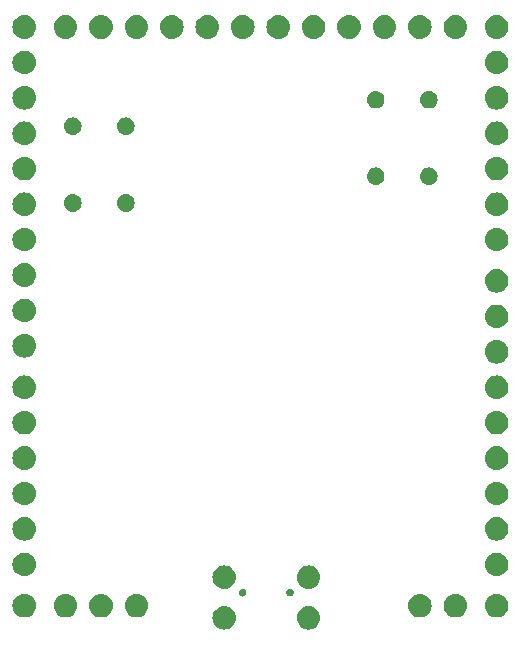
<source format=gbr>
%TF.GenerationSoftware,KiCad,Pcbnew,8.0.6*%
%TF.CreationDate,2024-11-27T15:15:38-08:00*%
%TF.ProjectId,DeskCleanerRobot,4465736b-436c-4656-916e-6572526f626f,rev?*%
%TF.SameCoordinates,Original*%
%TF.FileFunction,Soldermask,Bot*%
%TF.FilePolarity,Negative*%
%FSLAX46Y46*%
G04 Gerber Fmt 4.6, Leading zero omitted, Abs format (unit mm)*
G04 Created by KiCad (PCBNEW 8.0.6) date 2024-11-27 15:15:38*
%MOMM*%
%LPD*%
G01*
G04 APERTURE LIST*
G04 APERTURE END LIST*
G36*
X117619603Y-82551667D02*
G01*
X117806727Y-82608430D01*
X117979181Y-82700609D01*
X118130339Y-82824661D01*
X118254391Y-82975819D01*
X118346570Y-83148273D01*
X118403333Y-83335397D01*
X118422500Y-83530000D01*
X118403333Y-83724603D01*
X118346570Y-83911727D01*
X118254391Y-84084181D01*
X118130339Y-84235339D01*
X117979181Y-84359391D01*
X117806727Y-84451570D01*
X117619603Y-84508333D01*
X117425000Y-84527500D01*
X117230397Y-84508333D01*
X117043273Y-84451570D01*
X116870819Y-84359391D01*
X116719661Y-84235339D01*
X116595609Y-84084181D01*
X116503430Y-83911727D01*
X116446667Y-83724603D01*
X116427500Y-83530000D01*
X116446667Y-83335397D01*
X116503430Y-83148273D01*
X116595609Y-82975819D01*
X116719661Y-82824661D01*
X116870819Y-82700609D01*
X117043273Y-82608430D01*
X117230397Y-82551667D01*
X117425000Y-82532500D01*
X117619603Y-82551667D01*
G37*
G36*
X124769603Y-82551667D02*
G01*
X124956727Y-82608430D01*
X125129181Y-82700609D01*
X125280339Y-82824661D01*
X125404391Y-82975819D01*
X125496570Y-83148273D01*
X125553333Y-83335397D01*
X125572500Y-83530000D01*
X125553333Y-83724603D01*
X125496570Y-83911727D01*
X125404391Y-84084181D01*
X125280339Y-84235339D01*
X125129181Y-84359391D01*
X124956727Y-84451570D01*
X124769603Y-84508333D01*
X124575000Y-84527500D01*
X124380397Y-84508333D01*
X124193273Y-84451570D01*
X124020819Y-84359391D01*
X123869661Y-84235339D01*
X123745609Y-84084181D01*
X123653430Y-83911727D01*
X123596667Y-83724603D01*
X123577500Y-83530000D01*
X123596667Y-83335397D01*
X123653430Y-83148273D01*
X123745609Y-82975819D01*
X123869661Y-82824661D01*
X124020819Y-82700609D01*
X124193273Y-82608430D01*
X124380397Y-82551667D01*
X124575000Y-82532500D01*
X124769603Y-82551667D01*
G37*
G36*
X100695090Y-81519215D02*
G01*
X100882683Y-81576120D01*
X101055570Y-81668530D01*
X101207107Y-81792893D01*
X101331470Y-81944430D01*
X101423880Y-82117317D01*
X101480785Y-82304910D01*
X101500000Y-82500000D01*
X101480785Y-82695090D01*
X101423880Y-82882683D01*
X101331470Y-83055570D01*
X101207107Y-83207107D01*
X101055570Y-83331470D01*
X100882683Y-83423880D01*
X100695090Y-83480785D01*
X100500000Y-83500000D01*
X100304910Y-83480785D01*
X100117317Y-83423880D01*
X99944430Y-83331470D01*
X99792893Y-83207107D01*
X99668530Y-83055570D01*
X99576120Y-82882683D01*
X99519215Y-82695090D01*
X99500000Y-82500000D01*
X99519215Y-82304910D01*
X99576120Y-82117317D01*
X99668530Y-81944430D01*
X99792893Y-81792893D01*
X99944430Y-81668530D01*
X100117317Y-81576120D01*
X100304910Y-81519215D01*
X100500000Y-81500000D01*
X100695090Y-81519215D01*
G37*
G36*
X104195090Y-81519215D02*
G01*
X104382683Y-81576120D01*
X104555570Y-81668530D01*
X104707107Y-81792893D01*
X104831470Y-81944430D01*
X104923880Y-82117317D01*
X104980785Y-82304910D01*
X105000000Y-82500000D01*
X104980785Y-82695090D01*
X104923880Y-82882683D01*
X104831470Y-83055570D01*
X104707107Y-83207107D01*
X104555570Y-83331470D01*
X104382683Y-83423880D01*
X104195090Y-83480785D01*
X104000000Y-83500000D01*
X103804910Y-83480785D01*
X103617317Y-83423880D01*
X103444430Y-83331470D01*
X103292893Y-83207107D01*
X103168530Y-83055570D01*
X103076120Y-82882683D01*
X103019215Y-82695090D01*
X103000000Y-82500000D01*
X103019215Y-82304910D01*
X103076120Y-82117317D01*
X103168530Y-81944430D01*
X103292893Y-81792893D01*
X103444430Y-81668530D01*
X103617317Y-81576120D01*
X103804910Y-81519215D01*
X104000000Y-81500000D01*
X104195090Y-81519215D01*
G37*
G36*
X107195090Y-81519215D02*
G01*
X107382683Y-81576120D01*
X107555570Y-81668530D01*
X107707107Y-81792893D01*
X107831470Y-81944430D01*
X107923880Y-82117317D01*
X107980785Y-82304910D01*
X108000000Y-82500000D01*
X107980785Y-82695090D01*
X107923880Y-82882683D01*
X107831470Y-83055570D01*
X107707107Y-83207107D01*
X107555570Y-83331470D01*
X107382683Y-83423880D01*
X107195090Y-83480785D01*
X107000000Y-83500000D01*
X106804910Y-83480785D01*
X106617317Y-83423880D01*
X106444430Y-83331470D01*
X106292893Y-83207107D01*
X106168530Y-83055570D01*
X106076120Y-82882683D01*
X106019215Y-82695090D01*
X106000000Y-82500000D01*
X106019215Y-82304910D01*
X106076120Y-82117317D01*
X106168530Y-81944430D01*
X106292893Y-81792893D01*
X106444430Y-81668530D01*
X106617317Y-81576120D01*
X106804910Y-81519215D01*
X107000000Y-81500000D01*
X107195090Y-81519215D01*
G37*
G36*
X110195090Y-81519215D02*
G01*
X110382683Y-81576120D01*
X110555570Y-81668530D01*
X110707107Y-81792893D01*
X110831470Y-81944430D01*
X110923880Y-82117317D01*
X110980785Y-82304910D01*
X111000000Y-82500000D01*
X110980785Y-82695090D01*
X110923880Y-82882683D01*
X110831470Y-83055570D01*
X110707107Y-83207107D01*
X110555570Y-83331470D01*
X110382683Y-83423880D01*
X110195090Y-83480785D01*
X110000000Y-83500000D01*
X109804910Y-83480785D01*
X109617317Y-83423880D01*
X109444430Y-83331470D01*
X109292893Y-83207107D01*
X109168530Y-83055570D01*
X109076120Y-82882683D01*
X109019215Y-82695090D01*
X109000000Y-82500000D01*
X109019215Y-82304910D01*
X109076120Y-82117317D01*
X109168530Y-81944430D01*
X109292893Y-81792893D01*
X109444430Y-81668530D01*
X109617317Y-81576120D01*
X109804910Y-81519215D01*
X110000000Y-81500000D01*
X110195090Y-81519215D01*
G37*
G36*
X134195090Y-81519215D02*
G01*
X134382683Y-81576120D01*
X134555570Y-81668530D01*
X134707107Y-81792893D01*
X134831470Y-81944430D01*
X134923880Y-82117317D01*
X134980785Y-82304910D01*
X135000000Y-82500000D01*
X134980785Y-82695090D01*
X134923880Y-82882683D01*
X134831470Y-83055570D01*
X134707107Y-83207107D01*
X134555570Y-83331470D01*
X134382683Y-83423880D01*
X134195090Y-83480785D01*
X134000000Y-83500000D01*
X133804910Y-83480785D01*
X133617317Y-83423880D01*
X133444430Y-83331470D01*
X133292893Y-83207107D01*
X133168530Y-83055570D01*
X133076120Y-82882683D01*
X133019215Y-82695090D01*
X133000000Y-82500000D01*
X133019215Y-82304910D01*
X133076120Y-82117317D01*
X133168530Y-81944430D01*
X133292893Y-81792893D01*
X133444430Y-81668530D01*
X133617317Y-81576120D01*
X133804910Y-81519215D01*
X134000000Y-81500000D01*
X134195090Y-81519215D01*
G37*
G36*
X137195090Y-81519215D02*
G01*
X137382683Y-81576120D01*
X137555570Y-81668530D01*
X137707107Y-81792893D01*
X137831470Y-81944430D01*
X137923880Y-82117317D01*
X137980785Y-82304910D01*
X138000000Y-82500000D01*
X137980785Y-82695090D01*
X137923880Y-82882683D01*
X137831470Y-83055570D01*
X137707107Y-83207107D01*
X137555570Y-83331470D01*
X137382683Y-83423880D01*
X137195090Y-83480785D01*
X137000000Y-83500000D01*
X136804910Y-83480785D01*
X136617317Y-83423880D01*
X136444430Y-83331470D01*
X136292893Y-83207107D01*
X136168530Y-83055570D01*
X136076120Y-82882683D01*
X136019215Y-82695090D01*
X136000000Y-82500000D01*
X136019215Y-82304910D01*
X136076120Y-82117317D01*
X136168530Y-81944430D01*
X136292893Y-81792893D01*
X136444430Y-81668530D01*
X136617317Y-81576120D01*
X136804910Y-81519215D01*
X137000000Y-81500000D01*
X137195090Y-81519215D01*
G37*
G36*
X140695090Y-81519215D02*
G01*
X140882683Y-81576120D01*
X141055570Y-81668530D01*
X141207107Y-81792893D01*
X141331470Y-81944430D01*
X141423880Y-82117317D01*
X141480785Y-82304910D01*
X141500000Y-82500000D01*
X141480785Y-82695090D01*
X141423880Y-82882683D01*
X141331470Y-83055570D01*
X141207107Y-83207107D01*
X141055570Y-83331470D01*
X140882683Y-83423880D01*
X140695090Y-83480785D01*
X140500000Y-83500000D01*
X140304910Y-83480785D01*
X140117317Y-83423880D01*
X139944430Y-83331470D01*
X139792893Y-83207107D01*
X139668530Y-83055570D01*
X139576120Y-82882683D01*
X139519215Y-82695090D01*
X139500000Y-82500000D01*
X139519215Y-82304910D01*
X139576120Y-82117317D01*
X139668530Y-81944430D01*
X139792893Y-81792893D01*
X139944430Y-81668530D01*
X140117317Y-81576120D01*
X140304910Y-81519215D01*
X140500000Y-81500000D01*
X140695090Y-81519215D01*
G37*
G36*
X119027174Y-81079937D02*
G01*
X119056436Y-81079937D01*
X119078978Y-81088141D01*
X119100237Y-81091509D01*
X119130265Y-81106809D01*
X119162500Y-81118542D01*
X119176735Y-81130487D01*
X119190658Y-81137581D01*
X119219175Y-81166098D01*
X119248964Y-81191094D01*
X119255511Y-81202434D01*
X119262418Y-81209341D01*
X119284345Y-81252375D01*
X119305400Y-81288843D01*
X119306708Y-81296266D01*
X119308490Y-81299762D01*
X119318770Y-81364668D01*
X119325000Y-81400000D01*
X119318769Y-81435335D01*
X119308490Y-81500237D01*
X119306709Y-81503731D01*
X119305400Y-81511157D01*
X119284340Y-81547631D01*
X119262418Y-81590658D01*
X119255512Y-81597563D01*
X119248964Y-81608906D01*
X119219168Y-81633907D01*
X119190658Y-81662418D01*
X119176738Y-81669510D01*
X119162500Y-81681458D01*
X119130258Y-81693193D01*
X119100237Y-81708490D01*
X119078983Y-81711856D01*
X119056436Y-81720063D01*
X119027168Y-81720063D01*
X119000000Y-81724366D01*
X118972832Y-81720063D01*
X118943564Y-81720063D01*
X118921017Y-81711856D01*
X118899762Y-81708490D01*
X118869737Y-81693191D01*
X118837500Y-81681458D01*
X118823262Y-81669511D01*
X118809341Y-81662418D01*
X118780824Y-81633901D01*
X118751036Y-81608906D01*
X118744488Y-81597565D01*
X118737581Y-81590658D01*
X118715650Y-81547617D01*
X118694600Y-81511157D01*
X118693291Y-81503734D01*
X118691509Y-81500237D01*
X118681220Y-81435279D01*
X118675000Y-81400000D01*
X118681220Y-81364723D01*
X118691509Y-81299762D01*
X118693291Y-81296263D01*
X118694600Y-81288843D01*
X118715646Y-81252390D01*
X118737581Y-81209341D01*
X118744489Y-81202432D01*
X118751036Y-81191094D01*
X118780818Y-81166103D01*
X118809341Y-81137581D01*
X118823265Y-81130485D01*
X118837500Y-81118542D01*
X118869731Y-81106810D01*
X118899762Y-81091509D01*
X118921022Y-81088141D01*
X118943564Y-81079937D01*
X118972825Y-81079937D01*
X119000000Y-81075633D01*
X119027174Y-81079937D01*
G37*
G36*
X123027174Y-81079937D02*
G01*
X123056436Y-81079937D01*
X123078978Y-81088141D01*
X123100237Y-81091509D01*
X123130265Y-81106809D01*
X123162500Y-81118542D01*
X123176735Y-81130487D01*
X123190658Y-81137581D01*
X123219175Y-81166098D01*
X123248964Y-81191094D01*
X123255511Y-81202434D01*
X123262418Y-81209341D01*
X123284345Y-81252375D01*
X123305400Y-81288843D01*
X123306708Y-81296266D01*
X123308490Y-81299762D01*
X123318770Y-81364668D01*
X123325000Y-81400000D01*
X123318769Y-81435335D01*
X123308490Y-81500237D01*
X123306709Y-81503731D01*
X123305400Y-81511157D01*
X123284340Y-81547631D01*
X123262418Y-81590658D01*
X123255512Y-81597563D01*
X123248964Y-81608906D01*
X123219168Y-81633907D01*
X123190658Y-81662418D01*
X123176738Y-81669510D01*
X123162500Y-81681458D01*
X123130258Y-81693193D01*
X123100237Y-81708490D01*
X123078983Y-81711856D01*
X123056436Y-81720063D01*
X123027168Y-81720063D01*
X123000000Y-81724366D01*
X122972832Y-81720063D01*
X122943564Y-81720063D01*
X122921017Y-81711856D01*
X122899762Y-81708490D01*
X122869737Y-81693191D01*
X122837500Y-81681458D01*
X122823262Y-81669511D01*
X122809341Y-81662418D01*
X122780824Y-81633901D01*
X122751036Y-81608906D01*
X122744488Y-81597565D01*
X122737581Y-81590658D01*
X122715650Y-81547617D01*
X122694600Y-81511157D01*
X122693291Y-81503734D01*
X122691509Y-81500237D01*
X122681220Y-81435279D01*
X122675000Y-81400000D01*
X122681220Y-81364723D01*
X122691509Y-81299762D01*
X122693291Y-81296263D01*
X122694600Y-81288843D01*
X122715646Y-81252390D01*
X122737581Y-81209341D01*
X122744489Y-81202432D01*
X122751036Y-81191094D01*
X122780818Y-81166103D01*
X122809341Y-81137581D01*
X122823265Y-81130485D01*
X122837500Y-81118542D01*
X122869731Y-81106810D01*
X122899762Y-81091509D01*
X122921022Y-81088141D01*
X122943564Y-81079937D01*
X122972825Y-81079937D01*
X123000000Y-81075633D01*
X123027174Y-81079937D01*
G37*
G36*
X117619603Y-79101667D02*
G01*
X117806727Y-79158430D01*
X117979181Y-79250609D01*
X118130339Y-79374661D01*
X118254391Y-79525819D01*
X118346570Y-79698273D01*
X118403333Y-79885397D01*
X118422500Y-80080000D01*
X118403333Y-80274603D01*
X118346570Y-80461727D01*
X118254391Y-80634181D01*
X118130339Y-80785339D01*
X117979181Y-80909391D01*
X117806727Y-81001570D01*
X117619603Y-81058333D01*
X117425000Y-81077500D01*
X117230397Y-81058333D01*
X117043273Y-81001570D01*
X116870819Y-80909391D01*
X116719661Y-80785339D01*
X116595609Y-80634181D01*
X116503430Y-80461727D01*
X116446667Y-80274603D01*
X116427500Y-80080000D01*
X116446667Y-79885397D01*
X116503430Y-79698273D01*
X116595609Y-79525819D01*
X116719661Y-79374661D01*
X116870819Y-79250609D01*
X117043273Y-79158430D01*
X117230397Y-79101667D01*
X117425000Y-79082500D01*
X117619603Y-79101667D01*
G37*
G36*
X124769603Y-79101667D02*
G01*
X124956727Y-79158430D01*
X125129181Y-79250609D01*
X125280339Y-79374661D01*
X125404391Y-79525819D01*
X125496570Y-79698273D01*
X125553333Y-79885397D01*
X125572500Y-80080000D01*
X125553333Y-80274603D01*
X125496570Y-80461727D01*
X125404391Y-80634181D01*
X125280339Y-80785339D01*
X125129181Y-80909391D01*
X124956727Y-81001570D01*
X124769603Y-81058333D01*
X124575000Y-81077500D01*
X124380397Y-81058333D01*
X124193273Y-81001570D01*
X124020819Y-80909391D01*
X123869661Y-80785339D01*
X123745609Y-80634181D01*
X123653430Y-80461727D01*
X123596667Y-80274603D01*
X123577500Y-80080000D01*
X123596667Y-79885397D01*
X123653430Y-79698273D01*
X123745609Y-79525819D01*
X123869661Y-79374661D01*
X124020819Y-79250609D01*
X124193273Y-79158430D01*
X124380397Y-79101667D01*
X124575000Y-79082500D01*
X124769603Y-79101667D01*
G37*
G36*
X100695090Y-78019215D02*
G01*
X100882683Y-78076120D01*
X101055570Y-78168530D01*
X101207107Y-78292893D01*
X101331470Y-78444430D01*
X101423880Y-78617317D01*
X101480785Y-78804910D01*
X101500000Y-79000000D01*
X101480785Y-79195090D01*
X101423880Y-79382683D01*
X101331470Y-79555570D01*
X101207107Y-79707107D01*
X101055570Y-79831470D01*
X100882683Y-79923880D01*
X100695090Y-79980785D01*
X100500000Y-80000000D01*
X100304910Y-79980785D01*
X100117317Y-79923880D01*
X99944430Y-79831470D01*
X99792893Y-79707107D01*
X99668530Y-79555570D01*
X99576120Y-79382683D01*
X99519215Y-79195090D01*
X99500000Y-79000000D01*
X99519215Y-78804910D01*
X99576120Y-78617317D01*
X99668530Y-78444430D01*
X99792893Y-78292893D01*
X99944430Y-78168530D01*
X100117317Y-78076120D01*
X100304910Y-78019215D01*
X100500000Y-78000000D01*
X100695090Y-78019215D01*
G37*
G36*
X140695090Y-78019215D02*
G01*
X140882683Y-78076120D01*
X141055570Y-78168530D01*
X141207107Y-78292893D01*
X141331470Y-78444430D01*
X141423880Y-78617317D01*
X141480785Y-78804910D01*
X141500000Y-79000000D01*
X141480785Y-79195090D01*
X141423880Y-79382683D01*
X141331470Y-79555570D01*
X141207107Y-79707107D01*
X141055570Y-79831470D01*
X140882683Y-79923880D01*
X140695090Y-79980785D01*
X140500000Y-80000000D01*
X140304910Y-79980785D01*
X140117317Y-79923880D01*
X139944430Y-79831470D01*
X139792893Y-79707107D01*
X139668530Y-79555570D01*
X139576120Y-79382683D01*
X139519215Y-79195090D01*
X139500000Y-79000000D01*
X139519215Y-78804910D01*
X139576120Y-78617317D01*
X139668530Y-78444430D01*
X139792893Y-78292893D01*
X139944430Y-78168530D01*
X140117317Y-78076120D01*
X140304910Y-78019215D01*
X140500000Y-78000000D01*
X140695090Y-78019215D01*
G37*
G36*
X100695090Y-75019215D02*
G01*
X100882683Y-75076120D01*
X101055570Y-75168530D01*
X101207107Y-75292893D01*
X101331470Y-75444430D01*
X101423880Y-75617317D01*
X101480785Y-75804910D01*
X101500000Y-76000000D01*
X101480785Y-76195090D01*
X101423880Y-76382683D01*
X101331470Y-76555570D01*
X101207107Y-76707107D01*
X101055570Y-76831470D01*
X100882683Y-76923880D01*
X100695090Y-76980785D01*
X100500000Y-77000000D01*
X100304910Y-76980785D01*
X100117317Y-76923880D01*
X99944430Y-76831470D01*
X99792893Y-76707107D01*
X99668530Y-76555570D01*
X99576120Y-76382683D01*
X99519215Y-76195090D01*
X99500000Y-76000000D01*
X99519215Y-75804910D01*
X99576120Y-75617317D01*
X99668530Y-75444430D01*
X99792893Y-75292893D01*
X99944430Y-75168530D01*
X100117317Y-75076120D01*
X100304910Y-75019215D01*
X100500000Y-75000000D01*
X100695090Y-75019215D01*
G37*
G36*
X140695090Y-75019215D02*
G01*
X140882683Y-75076120D01*
X141055570Y-75168530D01*
X141207107Y-75292893D01*
X141331470Y-75444430D01*
X141423880Y-75617317D01*
X141480785Y-75804910D01*
X141500000Y-76000000D01*
X141480785Y-76195090D01*
X141423880Y-76382683D01*
X141331470Y-76555570D01*
X141207107Y-76707107D01*
X141055570Y-76831470D01*
X140882683Y-76923880D01*
X140695090Y-76980785D01*
X140500000Y-77000000D01*
X140304910Y-76980785D01*
X140117317Y-76923880D01*
X139944430Y-76831470D01*
X139792893Y-76707107D01*
X139668530Y-76555570D01*
X139576120Y-76382683D01*
X139519215Y-76195090D01*
X139500000Y-76000000D01*
X139519215Y-75804910D01*
X139576120Y-75617317D01*
X139668530Y-75444430D01*
X139792893Y-75292893D01*
X139944430Y-75168530D01*
X140117317Y-75076120D01*
X140304910Y-75019215D01*
X140500000Y-75000000D01*
X140695090Y-75019215D01*
G37*
G36*
X100695090Y-72019215D02*
G01*
X100882683Y-72076120D01*
X101055570Y-72168530D01*
X101207107Y-72292893D01*
X101331470Y-72444430D01*
X101423880Y-72617317D01*
X101480785Y-72804910D01*
X101500000Y-73000000D01*
X101480785Y-73195090D01*
X101423880Y-73382683D01*
X101331470Y-73555570D01*
X101207107Y-73707107D01*
X101055570Y-73831470D01*
X100882683Y-73923880D01*
X100695090Y-73980785D01*
X100500000Y-74000000D01*
X100304910Y-73980785D01*
X100117317Y-73923880D01*
X99944430Y-73831470D01*
X99792893Y-73707107D01*
X99668530Y-73555570D01*
X99576120Y-73382683D01*
X99519215Y-73195090D01*
X99500000Y-73000000D01*
X99519215Y-72804910D01*
X99576120Y-72617317D01*
X99668530Y-72444430D01*
X99792893Y-72292893D01*
X99944430Y-72168530D01*
X100117317Y-72076120D01*
X100304910Y-72019215D01*
X100500000Y-72000000D01*
X100695090Y-72019215D01*
G37*
G36*
X140695090Y-72019215D02*
G01*
X140882683Y-72076120D01*
X141055570Y-72168530D01*
X141207107Y-72292893D01*
X141331470Y-72444430D01*
X141423880Y-72617317D01*
X141480785Y-72804910D01*
X141500000Y-73000000D01*
X141480785Y-73195090D01*
X141423880Y-73382683D01*
X141331470Y-73555570D01*
X141207107Y-73707107D01*
X141055570Y-73831470D01*
X140882683Y-73923880D01*
X140695090Y-73980785D01*
X140500000Y-74000000D01*
X140304910Y-73980785D01*
X140117317Y-73923880D01*
X139944430Y-73831470D01*
X139792893Y-73707107D01*
X139668530Y-73555570D01*
X139576120Y-73382683D01*
X139519215Y-73195090D01*
X139500000Y-73000000D01*
X139519215Y-72804910D01*
X139576120Y-72617317D01*
X139668530Y-72444430D01*
X139792893Y-72292893D01*
X139944430Y-72168530D01*
X140117317Y-72076120D01*
X140304910Y-72019215D01*
X140500000Y-72000000D01*
X140695090Y-72019215D01*
G37*
G36*
X100695090Y-69019215D02*
G01*
X100882683Y-69076120D01*
X101055570Y-69168530D01*
X101207107Y-69292893D01*
X101331470Y-69444430D01*
X101423880Y-69617317D01*
X101480785Y-69804910D01*
X101500000Y-70000000D01*
X101480785Y-70195090D01*
X101423880Y-70382683D01*
X101331470Y-70555570D01*
X101207107Y-70707107D01*
X101055570Y-70831470D01*
X100882683Y-70923880D01*
X100695090Y-70980785D01*
X100500000Y-71000000D01*
X100304910Y-70980785D01*
X100117317Y-70923880D01*
X99944430Y-70831470D01*
X99792893Y-70707107D01*
X99668530Y-70555570D01*
X99576120Y-70382683D01*
X99519215Y-70195090D01*
X99500000Y-70000000D01*
X99519215Y-69804910D01*
X99576120Y-69617317D01*
X99668530Y-69444430D01*
X99792893Y-69292893D01*
X99944430Y-69168530D01*
X100117317Y-69076120D01*
X100304910Y-69019215D01*
X100500000Y-69000000D01*
X100695090Y-69019215D01*
G37*
G36*
X140695090Y-69019215D02*
G01*
X140882683Y-69076120D01*
X141055570Y-69168530D01*
X141207107Y-69292893D01*
X141331470Y-69444430D01*
X141423880Y-69617317D01*
X141480785Y-69804910D01*
X141500000Y-70000000D01*
X141480785Y-70195090D01*
X141423880Y-70382683D01*
X141331470Y-70555570D01*
X141207107Y-70707107D01*
X141055570Y-70831470D01*
X140882683Y-70923880D01*
X140695090Y-70980785D01*
X140500000Y-71000000D01*
X140304910Y-70980785D01*
X140117317Y-70923880D01*
X139944430Y-70831470D01*
X139792893Y-70707107D01*
X139668530Y-70555570D01*
X139576120Y-70382683D01*
X139519215Y-70195090D01*
X139500000Y-70000000D01*
X139519215Y-69804910D01*
X139576120Y-69617317D01*
X139668530Y-69444430D01*
X139792893Y-69292893D01*
X139944430Y-69168530D01*
X140117317Y-69076120D01*
X140304910Y-69019215D01*
X140500000Y-69000000D01*
X140695090Y-69019215D01*
G37*
G36*
X100695090Y-66019215D02*
G01*
X100882683Y-66076120D01*
X101055570Y-66168530D01*
X101207107Y-66292893D01*
X101331470Y-66444430D01*
X101423880Y-66617317D01*
X101480785Y-66804910D01*
X101500000Y-67000000D01*
X101480785Y-67195090D01*
X101423880Y-67382683D01*
X101331470Y-67555570D01*
X101207107Y-67707107D01*
X101055570Y-67831470D01*
X100882683Y-67923880D01*
X100695090Y-67980785D01*
X100500000Y-68000000D01*
X100304910Y-67980785D01*
X100117317Y-67923880D01*
X99944430Y-67831470D01*
X99792893Y-67707107D01*
X99668530Y-67555570D01*
X99576120Y-67382683D01*
X99519215Y-67195090D01*
X99500000Y-67000000D01*
X99519215Y-66804910D01*
X99576120Y-66617317D01*
X99668530Y-66444430D01*
X99792893Y-66292893D01*
X99944430Y-66168530D01*
X100117317Y-66076120D01*
X100304910Y-66019215D01*
X100500000Y-66000000D01*
X100695090Y-66019215D01*
G37*
G36*
X140695090Y-66019215D02*
G01*
X140882683Y-66076120D01*
X141055570Y-66168530D01*
X141207107Y-66292893D01*
X141331470Y-66444430D01*
X141423880Y-66617317D01*
X141480785Y-66804910D01*
X141500000Y-67000000D01*
X141480785Y-67195090D01*
X141423880Y-67382683D01*
X141331470Y-67555570D01*
X141207107Y-67707107D01*
X141055570Y-67831470D01*
X140882683Y-67923880D01*
X140695090Y-67980785D01*
X140500000Y-68000000D01*
X140304910Y-67980785D01*
X140117317Y-67923880D01*
X139944430Y-67831470D01*
X139792893Y-67707107D01*
X139668530Y-67555570D01*
X139576120Y-67382683D01*
X139519215Y-67195090D01*
X139500000Y-67000000D01*
X139519215Y-66804910D01*
X139576120Y-66617317D01*
X139668530Y-66444430D01*
X139792893Y-66292893D01*
X139944430Y-66168530D01*
X140117317Y-66076120D01*
X140304910Y-66019215D01*
X140500000Y-66000000D01*
X140695090Y-66019215D01*
G37*
G36*
X100695090Y-63019215D02*
G01*
X100882683Y-63076120D01*
X101055570Y-63168530D01*
X101207107Y-63292893D01*
X101331470Y-63444430D01*
X101423880Y-63617317D01*
X101480785Y-63804910D01*
X101500000Y-64000000D01*
X101480785Y-64195090D01*
X101423880Y-64382683D01*
X101331470Y-64555570D01*
X101207107Y-64707107D01*
X101055570Y-64831470D01*
X100882683Y-64923880D01*
X100695090Y-64980785D01*
X100500000Y-65000000D01*
X100304910Y-64980785D01*
X100117317Y-64923880D01*
X99944430Y-64831470D01*
X99792893Y-64707107D01*
X99668530Y-64555570D01*
X99576120Y-64382683D01*
X99519215Y-64195090D01*
X99500000Y-64000000D01*
X99519215Y-63804910D01*
X99576120Y-63617317D01*
X99668530Y-63444430D01*
X99792893Y-63292893D01*
X99944430Y-63168530D01*
X100117317Y-63076120D01*
X100304910Y-63019215D01*
X100500000Y-63000000D01*
X100695090Y-63019215D01*
G37*
G36*
X140695090Y-63019215D02*
G01*
X140882683Y-63076120D01*
X141055570Y-63168530D01*
X141207107Y-63292893D01*
X141331470Y-63444430D01*
X141423880Y-63617317D01*
X141480785Y-63804910D01*
X141500000Y-64000000D01*
X141480785Y-64195090D01*
X141423880Y-64382683D01*
X141331470Y-64555570D01*
X141207107Y-64707107D01*
X141055570Y-64831470D01*
X140882683Y-64923880D01*
X140695090Y-64980785D01*
X140500000Y-65000000D01*
X140304910Y-64980785D01*
X140117317Y-64923880D01*
X139944430Y-64831470D01*
X139792893Y-64707107D01*
X139668530Y-64555570D01*
X139576120Y-64382683D01*
X139519215Y-64195090D01*
X139500000Y-64000000D01*
X139519215Y-63804910D01*
X139576120Y-63617317D01*
X139668530Y-63444430D01*
X139792893Y-63292893D01*
X139944430Y-63168530D01*
X140117317Y-63076120D01*
X140304910Y-63019215D01*
X140500000Y-63000000D01*
X140695090Y-63019215D01*
G37*
G36*
X140695090Y-60019215D02*
G01*
X140882683Y-60076120D01*
X141055570Y-60168530D01*
X141207107Y-60292893D01*
X141331470Y-60444430D01*
X141423880Y-60617317D01*
X141480785Y-60804910D01*
X141500000Y-61000000D01*
X141480785Y-61195090D01*
X141423880Y-61382683D01*
X141331470Y-61555570D01*
X141207107Y-61707107D01*
X141055570Y-61831470D01*
X140882683Y-61923880D01*
X140695090Y-61980785D01*
X140500000Y-62000000D01*
X140304910Y-61980785D01*
X140117317Y-61923880D01*
X139944430Y-61831470D01*
X139792893Y-61707107D01*
X139668530Y-61555570D01*
X139576120Y-61382683D01*
X139519215Y-61195090D01*
X139500000Y-61000000D01*
X139519215Y-60804910D01*
X139576120Y-60617317D01*
X139668530Y-60444430D01*
X139792893Y-60292893D01*
X139944430Y-60168530D01*
X140117317Y-60076120D01*
X140304910Y-60019215D01*
X140500000Y-60000000D01*
X140695090Y-60019215D01*
G37*
G36*
X100695090Y-59519215D02*
G01*
X100882683Y-59576120D01*
X101055570Y-59668530D01*
X101207107Y-59792893D01*
X101331470Y-59944430D01*
X101423880Y-60117317D01*
X101480785Y-60304910D01*
X101500000Y-60500000D01*
X101480785Y-60695090D01*
X101423880Y-60882683D01*
X101331470Y-61055570D01*
X101207107Y-61207107D01*
X101055570Y-61331470D01*
X100882683Y-61423880D01*
X100695090Y-61480785D01*
X100500000Y-61500000D01*
X100304910Y-61480785D01*
X100117317Y-61423880D01*
X99944430Y-61331470D01*
X99792893Y-61207107D01*
X99668530Y-61055570D01*
X99576120Y-60882683D01*
X99519215Y-60695090D01*
X99500000Y-60500000D01*
X99519215Y-60304910D01*
X99576120Y-60117317D01*
X99668530Y-59944430D01*
X99792893Y-59792893D01*
X99944430Y-59668530D01*
X100117317Y-59576120D01*
X100304910Y-59519215D01*
X100500000Y-59500000D01*
X100695090Y-59519215D01*
G37*
G36*
X140695090Y-57019215D02*
G01*
X140882683Y-57076120D01*
X141055570Y-57168530D01*
X141207107Y-57292893D01*
X141331470Y-57444430D01*
X141423880Y-57617317D01*
X141480785Y-57804910D01*
X141500000Y-58000000D01*
X141480785Y-58195090D01*
X141423880Y-58382683D01*
X141331470Y-58555570D01*
X141207107Y-58707107D01*
X141055570Y-58831470D01*
X140882683Y-58923880D01*
X140695090Y-58980785D01*
X140500000Y-59000000D01*
X140304910Y-58980785D01*
X140117317Y-58923880D01*
X139944430Y-58831470D01*
X139792893Y-58707107D01*
X139668530Y-58555570D01*
X139576120Y-58382683D01*
X139519215Y-58195090D01*
X139500000Y-58000000D01*
X139519215Y-57804910D01*
X139576120Y-57617317D01*
X139668530Y-57444430D01*
X139792893Y-57292893D01*
X139944430Y-57168530D01*
X140117317Y-57076120D01*
X140304910Y-57019215D01*
X140500000Y-57000000D01*
X140695090Y-57019215D01*
G37*
G36*
X100695090Y-56519215D02*
G01*
X100882683Y-56576120D01*
X101055570Y-56668530D01*
X101207107Y-56792893D01*
X101331470Y-56944430D01*
X101423880Y-57117317D01*
X101480785Y-57304910D01*
X101500000Y-57500000D01*
X101480785Y-57695090D01*
X101423880Y-57882683D01*
X101331470Y-58055570D01*
X101207107Y-58207107D01*
X101055570Y-58331470D01*
X100882683Y-58423880D01*
X100695090Y-58480785D01*
X100500000Y-58500000D01*
X100304910Y-58480785D01*
X100117317Y-58423880D01*
X99944430Y-58331470D01*
X99792893Y-58207107D01*
X99668530Y-58055570D01*
X99576120Y-57882683D01*
X99519215Y-57695090D01*
X99500000Y-57500000D01*
X99519215Y-57304910D01*
X99576120Y-57117317D01*
X99668530Y-56944430D01*
X99792893Y-56792893D01*
X99944430Y-56668530D01*
X100117317Y-56576120D01*
X100304910Y-56519215D01*
X100500000Y-56500000D01*
X100695090Y-56519215D01*
G37*
G36*
X140695090Y-54019215D02*
G01*
X140882683Y-54076120D01*
X141055570Y-54168530D01*
X141207107Y-54292893D01*
X141331470Y-54444430D01*
X141423880Y-54617317D01*
X141480785Y-54804910D01*
X141500000Y-55000000D01*
X141480785Y-55195090D01*
X141423880Y-55382683D01*
X141331470Y-55555570D01*
X141207107Y-55707107D01*
X141055570Y-55831470D01*
X140882683Y-55923880D01*
X140695090Y-55980785D01*
X140500000Y-56000000D01*
X140304910Y-55980785D01*
X140117317Y-55923880D01*
X139944430Y-55831470D01*
X139792893Y-55707107D01*
X139668530Y-55555570D01*
X139576120Y-55382683D01*
X139519215Y-55195090D01*
X139500000Y-55000000D01*
X139519215Y-54804910D01*
X139576120Y-54617317D01*
X139668530Y-54444430D01*
X139792893Y-54292893D01*
X139944430Y-54168530D01*
X140117317Y-54076120D01*
X140304910Y-54019215D01*
X140500000Y-54000000D01*
X140695090Y-54019215D01*
G37*
G36*
X100695090Y-53519215D02*
G01*
X100882683Y-53576120D01*
X101055570Y-53668530D01*
X101207107Y-53792893D01*
X101331470Y-53944430D01*
X101423880Y-54117317D01*
X101480785Y-54304910D01*
X101500000Y-54500000D01*
X101480785Y-54695090D01*
X101423880Y-54882683D01*
X101331470Y-55055570D01*
X101207107Y-55207107D01*
X101055570Y-55331470D01*
X100882683Y-55423880D01*
X100695090Y-55480785D01*
X100500000Y-55500000D01*
X100304910Y-55480785D01*
X100117317Y-55423880D01*
X99944430Y-55331470D01*
X99792893Y-55207107D01*
X99668530Y-55055570D01*
X99576120Y-54882683D01*
X99519215Y-54695090D01*
X99500000Y-54500000D01*
X99519215Y-54304910D01*
X99576120Y-54117317D01*
X99668530Y-53944430D01*
X99792893Y-53792893D01*
X99944430Y-53668530D01*
X100117317Y-53576120D01*
X100304910Y-53519215D01*
X100500000Y-53500000D01*
X100695090Y-53519215D01*
G37*
G36*
X100695090Y-50519215D02*
G01*
X100882683Y-50576120D01*
X101055570Y-50668530D01*
X101207107Y-50792893D01*
X101331470Y-50944430D01*
X101423880Y-51117317D01*
X101480785Y-51304910D01*
X101500000Y-51500000D01*
X101480785Y-51695090D01*
X101423880Y-51882683D01*
X101331470Y-52055570D01*
X101207107Y-52207107D01*
X101055570Y-52331470D01*
X100882683Y-52423880D01*
X100695090Y-52480785D01*
X100500000Y-52500000D01*
X100304910Y-52480785D01*
X100117317Y-52423880D01*
X99944430Y-52331470D01*
X99792893Y-52207107D01*
X99668530Y-52055570D01*
X99576120Y-51882683D01*
X99519215Y-51695090D01*
X99500000Y-51500000D01*
X99519215Y-51304910D01*
X99576120Y-51117317D01*
X99668530Y-50944430D01*
X99792893Y-50792893D01*
X99944430Y-50668530D01*
X100117317Y-50576120D01*
X100304910Y-50519215D01*
X100500000Y-50500000D01*
X100695090Y-50519215D01*
G37*
G36*
X140695090Y-50519215D02*
G01*
X140882683Y-50576120D01*
X141055570Y-50668530D01*
X141207107Y-50792893D01*
X141331470Y-50944430D01*
X141423880Y-51117317D01*
X141480785Y-51304910D01*
X141500000Y-51500000D01*
X141480785Y-51695090D01*
X141423880Y-51882683D01*
X141331470Y-52055570D01*
X141207107Y-52207107D01*
X141055570Y-52331470D01*
X140882683Y-52423880D01*
X140695090Y-52480785D01*
X140500000Y-52500000D01*
X140304910Y-52480785D01*
X140117317Y-52423880D01*
X139944430Y-52331470D01*
X139792893Y-52207107D01*
X139668530Y-52055570D01*
X139576120Y-51882683D01*
X139519215Y-51695090D01*
X139500000Y-51500000D01*
X139519215Y-51304910D01*
X139576120Y-51117317D01*
X139668530Y-50944430D01*
X139792893Y-50792893D01*
X139944430Y-50668530D01*
X140117317Y-50576120D01*
X140304910Y-50519215D01*
X140500000Y-50500000D01*
X140695090Y-50519215D01*
G37*
G36*
X100695090Y-47519215D02*
G01*
X100882683Y-47576120D01*
X101055570Y-47668530D01*
X101207107Y-47792893D01*
X101331470Y-47944430D01*
X101423880Y-48117317D01*
X101480785Y-48304910D01*
X101500000Y-48500000D01*
X101480785Y-48695090D01*
X101423880Y-48882683D01*
X101331470Y-49055570D01*
X101207107Y-49207107D01*
X101055570Y-49331470D01*
X100882683Y-49423880D01*
X100695090Y-49480785D01*
X100500000Y-49500000D01*
X100304910Y-49480785D01*
X100117317Y-49423880D01*
X99944430Y-49331470D01*
X99792893Y-49207107D01*
X99668530Y-49055570D01*
X99576120Y-48882683D01*
X99519215Y-48695090D01*
X99500000Y-48500000D01*
X99519215Y-48304910D01*
X99576120Y-48117317D01*
X99668530Y-47944430D01*
X99792893Y-47792893D01*
X99944430Y-47668530D01*
X100117317Y-47576120D01*
X100304910Y-47519215D01*
X100500000Y-47500000D01*
X100695090Y-47519215D01*
G37*
G36*
X140695090Y-47519215D02*
G01*
X140882683Y-47576120D01*
X141055570Y-47668530D01*
X141207107Y-47792893D01*
X141331470Y-47944430D01*
X141423880Y-48117317D01*
X141480785Y-48304910D01*
X141500000Y-48500000D01*
X141480785Y-48695090D01*
X141423880Y-48882683D01*
X141331470Y-49055570D01*
X141207107Y-49207107D01*
X141055570Y-49331470D01*
X140882683Y-49423880D01*
X140695090Y-49480785D01*
X140500000Y-49500000D01*
X140304910Y-49480785D01*
X140117317Y-49423880D01*
X139944430Y-49331470D01*
X139792893Y-49207107D01*
X139668530Y-49055570D01*
X139576120Y-48882683D01*
X139519215Y-48695090D01*
X139500000Y-48500000D01*
X139519215Y-48304910D01*
X139576120Y-48117317D01*
X139668530Y-47944430D01*
X139792893Y-47792893D01*
X139944430Y-47668530D01*
X140117317Y-47576120D01*
X140304910Y-47519215D01*
X140500000Y-47500000D01*
X140695090Y-47519215D01*
G37*
G36*
X104766891Y-47668804D02*
G01*
X104925413Y-47724273D01*
X105067617Y-47813626D01*
X105186374Y-47932383D01*
X105275727Y-48074587D01*
X105331196Y-48233109D01*
X105350000Y-48400000D01*
X105331196Y-48566891D01*
X105275727Y-48725413D01*
X105186374Y-48867617D01*
X105067617Y-48986374D01*
X104925413Y-49075727D01*
X104766891Y-49131196D01*
X104600000Y-49150000D01*
X104433109Y-49131196D01*
X104274587Y-49075727D01*
X104132383Y-48986374D01*
X104013626Y-48867617D01*
X103924273Y-48725413D01*
X103868804Y-48566891D01*
X103850000Y-48400000D01*
X103868804Y-48233109D01*
X103924273Y-48074587D01*
X104013626Y-47932383D01*
X104132383Y-47813626D01*
X104274587Y-47724273D01*
X104433109Y-47668804D01*
X104600000Y-47650000D01*
X104766891Y-47668804D01*
G37*
G36*
X109266891Y-47668804D02*
G01*
X109425413Y-47724273D01*
X109567617Y-47813626D01*
X109686374Y-47932383D01*
X109775727Y-48074587D01*
X109831196Y-48233109D01*
X109850000Y-48400000D01*
X109831196Y-48566891D01*
X109775727Y-48725413D01*
X109686374Y-48867617D01*
X109567617Y-48986374D01*
X109425413Y-49075727D01*
X109266891Y-49131196D01*
X109100000Y-49150000D01*
X108933109Y-49131196D01*
X108774587Y-49075727D01*
X108632383Y-48986374D01*
X108513626Y-48867617D01*
X108424273Y-48725413D01*
X108368804Y-48566891D01*
X108350000Y-48400000D01*
X108368804Y-48233109D01*
X108424273Y-48074587D01*
X108513626Y-47932383D01*
X108632383Y-47813626D01*
X108774587Y-47724273D01*
X108933109Y-47668804D01*
X109100000Y-47650000D01*
X109266891Y-47668804D01*
G37*
G36*
X130416891Y-45418804D02*
G01*
X130575413Y-45474273D01*
X130717617Y-45563626D01*
X130836374Y-45682383D01*
X130925727Y-45824587D01*
X130981196Y-45983109D01*
X131000000Y-46150000D01*
X130981196Y-46316891D01*
X130925727Y-46475413D01*
X130836374Y-46617617D01*
X130717617Y-46736374D01*
X130575413Y-46825727D01*
X130416891Y-46881196D01*
X130250000Y-46900000D01*
X130083109Y-46881196D01*
X129924587Y-46825727D01*
X129782383Y-46736374D01*
X129663626Y-46617617D01*
X129574273Y-46475413D01*
X129518804Y-46316891D01*
X129500000Y-46150000D01*
X129518804Y-45983109D01*
X129574273Y-45824587D01*
X129663626Y-45682383D01*
X129782383Y-45563626D01*
X129924587Y-45474273D01*
X130083109Y-45418804D01*
X130250000Y-45400000D01*
X130416891Y-45418804D01*
G37*
G36*
X134916891Y-45418804D02*
G01*
X135075413Y-45474273D01*
X135217617Y-45563626D01*
X135336374Y-45682383D01*
X135425727Y-45824587D01*
X135481196Y-45983109D01*
X135500000Y-46150000D01*
X135481196Y-46316891D01*
X135425727Y-46475413D01*
X135336374Y-46617617D01*
X135217617Y-46736374D01*
X135075413Y-46825727D01*
X134916891Y-46881196D01*
X134750000Y-46900000D01*
X134583109Y-46881196D01*
X134424587Y-46825727D01*
X134282383Y-46736374D01*
X134163626Y-46617617D01*
X134074273Y-46475413D01*
X134018804Y-46316891D01*
X134000000Y-46150000D01*
X134018804Y-45983109D01*
X134074273Y-45824587D01*
X134163626Y-45682383D01*
X134282383Y-45563626D01*
X134424587Y-45474273D01*
X134583109Y-45418804D01*
X134750000Y-45400000D01*
X134916891Y-45418804D01*
G37*
G36*
X100695090Y-44519215D02*
G01*
X100882683Y-44576120D01*
X101055570Y-44668530D01*
X101207107Y-44792893D01*
X101331470Y-44944430D01*
X101423880Y-45117317D01*
X101480785Y-45304910D01*
X101500000Y-45500000D01*
X101480785Y-45695090D01*
X101423880Y-45882683D01*
X101331470Y-46055570D01*
X101207107Y-46207107D01*
X101055570Y-46331470D01*
X100882683Y-46423880D01*
X100695090Y-46480785D01*
X100500000Y-46500000D01*
X100304910Y-46480785D01*
X100117317Y-46423880D01*
X99944430Y-46331470D01*
X99792893Y-46207107D01*
X99668530Y-46055570D01*
X99576120Y-45882683D01*
X99519215Y-45695090D01*
X99500000Y-45500000D01*
X99519215Y-45304910D01*
X99576120Y-45117317D01*
X99668530Y-44944430D01*
X99792893Y-44792893D01*
X99944430Y-44668530D01*
X100117317Y-44576120D01*
X100304910Y-44519215D01*
X100500000Y-44500000D01*
X100695090Y-44519215D01*
G37*
G36*
X140695090Y-44519215D02*
G01*
X140882683Y-44576120D01*
X141055570Y-44668530D01*
X141207107Y-44792893D01*
X141331470Y-44944430D01*
X141423880Y-45117317D01*
X141480785Y-45304910D01*
X141500000Y-45500000D01*
X141480785Y-45695090D01*
X141423880Y-45882683D01*
X141331470Y-46055570D01*
X141207107Y-46207107D01*
X141055570Y-46331470D01*
X140882683Y-46423880D01*
X140695090Y-46480785D01*
X140500000Y-46500000D01*
X140304910Y-46480785D01*
X140117317Y-46423880D01*
X139944430Y-46331470D01*
X139792893Y-46207107D01*
X139668530Y-46055570D01*
X139576120Y-45882683D01*
X139519215Y-45695090D01*
X139500000Y-45500000D01*
X139519215Y-45304910D01*
X139576120Y-45117317D01*
X139668530Y-44944430D01*
X139792893Y-44792893D01*
X139944430Y-44668530D01*
X140117317Y-44576120D01*
X140304910Y-44519215D01*
X140500000Y-44500000D01*
X140695090Y-44519215D01*
G37*
G36*
X100695090Y-41519215D02*
G01*
X100882683Y-41576120D01*
X101055570Y-41668530D01*
X101207107Y-41792893D01*
X101331470Y-41944430D01*
X101423880Y-42117317D01*
X101480785Y-42304910D01*
X101500000Y-42500000D01*
X101480785Y-42695090D01*
X101423880Y-42882683D01*
X101331470Y-43055570D01*
X101207107Y-43207107D01*
X101055570Y-43331470D01*
X100882683Y-43423880D01*
X100695090Y-43480785D01*
X100500000Y-43500000D01*
X100304910Y-43480785D01*
X100117317Y-43423880D01*
X99944430Y-43331470D01*
X99792893Y-43207107D01*
X99668530Y-43055570D01*
X99576120Y-42882683D01*
X99519215Y-42695090D01*
X99500000Y-42500000D01*
X99519215Y-42304910D01*
X99576120Y-42117317D01*
X99668530Y-41944430D01*
X99792893Y-41792893D01*
X99944430Y-41668530D01*
X100117317Y-41576120D01*
X100304910Y-41519215D01*
X100500000Y-41500000D01*
X100695090Y-41519215D01*
G37*
G36*
X140695090Y-41519215D02*
G01*
X140882683Y-41576120D01*
X141055570Y-41668530D01*
X141207107Y-41792893D01*
X141331470Y-41944430D01*
X141423880Y-42117317D01*
X141480785Y-42304910D01*
X141500000Y-42500000D01*
X141480785Y-42695090D01*
X141423880Y-42882683D01*
X141331470Y-43055570D01*
X141207107Y-43207107D01*
X141055570Y-43331470D01*
X140882683Y-43423880D01*
X140695090Y-43480785D01*
X140500000Y-43500000D01*
X140304910Y-43480785D01*
X140117317Y-43423880D01*
X139944430Y-43331470D01*
X139792893Y-43207107D01*
X139668530Y-43055570D01*
X139576120Y-42882683D01*
X139519215Y-42695090D01*
X139500000Y-42500000D01*
X139519215Y-42304910D01*
X139576120Y-42117317D01*
X139668530Y-41944430D01*
X139792893Y-41792893D01*
X139944430Y-41668530D01*
X140117317Y-41576120D01*
X140304910Y-41519215D01*
X140500000Y-41500000D01*
X140695090Y-41519215D01*
G37*
G36*
X104766891Y-41168804D02*
G01*
X104925413Y-41224273D01*
X105067617Y-41313626D01*
X105186374Y-41432383D01*
X105275727Y-41574587D01*
X105331196Y-41733109D01*
X105350000Y-41900000D01*
X105331196Y-42066891D01*
X105275727Y-42225413D01*
X105186374Y-42367617D01*
X105067617Y-42486374D01*
X104925413Y-42575727D01*
X104766891Y-42631196D01*
X104600000Y-42650000D01*
X104433109Y-42631196D01*
X104274587Y-42575727D01*
X104132383Y-42486374D01*
X104013626Y-42367617D01*
X103924273Y-42225413D01*
X103868804Y-42066891D01*
X103850000Y-41900000D01*
X103868804Y-41733109D01*
X103924273Y-41574587D01*
X104013626Y-41432383D01*
X104132383Y-41313626D01*
X104274587Y-41224273D01*
X104433109Y-41168804D01*
X104600000Y-41150000D01*
X104766891Y-41168804D01*
G37*
G36*
X109266891Y-41168804D02*
G01*
X109425413Y-41224273D01*
X109567617Y-41313626D01*
X109686374Y-41432383D01*
X109775727Y-41574587D01*
X109831196Y-41733109D01*
X109850000Y-41900000D01*
X109831196Y-42066891D01*
X109775727Y-42225413D01*
X109686374Y-42367617D01*
X109567617Y-42486374D01*
X109425413Y-42575727D01*
X109266891Y-42631196D01*
X109100000Y-42650000D01*
X108933109Y-42631196D01*
X108774587Y-42575727D01*
X108632383Y-42486374D01*
X108513626Y-42367617D01*
X108424273Y-42225413D01*
X108368804Y-42066891D01*
X108350000Y-41900000D01*
X108368804Y-41733109D01*
X108424273Y-41574587D01*
X108513626Y-41432383D01*
X108632383Y-41313626D01*
X108774587Y-41224273D01*
X108933109Y-41168804D01*
X109100000Y-41150000D01*
X109266891Y-41168804D01*
G37*
G36*
X100695090Y-38519215D02*
G01*
X100882683Y-38576120D01*
X101055570Y-38668530D01*
X101207107Y-38792893D01*
X101331470Y-38944430D01*
X101423880Y-39117317D01*
X101480785Y-39304910D01*
X101500000Y-39500000D01*
X101480785Y-39695090D01*
X101423880Y-39882683D01*
X101331470Y-40055570D01*
X101207107Y-40207107D01*
X101055570Y-40331470D01*
X100882683Y-40423880D01*
X100695090Y-40480785D01*
X100500000Y-40500000D01*
X100304910Y-40480785D01*
X100117317Y-40423880D01*
X99944430Y-40331470D01*
X99792893Y-40207107D01*
X99668530Y-40055570D01*
X99576120Y-39882683D01*
X99519215Y-39695090D01*
X99500000Y-39500000D01*
X99519215Y-39304910D01*
X99576120Y-39117317D01*
X99668530Y-38944430D01*
X99792893Y-38792893D01*
X99944430Y-38668530D01*
X100117317Y-38576120D01*
X100304910Y-38519215D01*
X100500000Y-38500000D01*
X100695090Y-38519215D01*
G37*
G36*
X140695090Y-38519215D02*
G01*
X140882683Y-38576120D01*
X141055570Y-38668530D01*
X141207107Y-38792893D01*
X141331470Y-38944430D01*
X141423880Y-39117317D01*
X141480785Y-39304910D01*
X141500000Y-39500000D01*
X141480785Y-39695090D01*
X141423880Y-39882683D01*
X141331470Y-40055570D01*
X141207107Y-40207107D01*
X141055570Y-40331470D01*
X140882683Y-40423880D01*
X140695090Y-40480785D01*
X140500000Y-40500000D01*
X140304910Y-40480785D01*
X140117317Y-40423880D01*
X139944430Y-40331470D01*
X139792893Y-40207107D01*
X139668530Y-40055570D01*
X139576120Y-39882683D01*
X139519215Y-39695090D01*
X139500000Y-39500000D01*
X139519215Y-39304910D01*
X139576120Y-39117317D01*
X139668530Y-38944430D01*
X139792893Y-38792893D01*
X139944430Y-38668530D01*
X140117317Y-38576120D01*
X140304910Y-38519215D01*
X140500000Y-38500000D01*
X140695090Y-38519215D01*
G37*
G36*
X130416891Y-38918804D02*
G01*
X130575413Y-38974273D01*
X130717617Y-39063626D01*
X130836374Y-39182383D01*
X130925727Y-39324587D01*
X130981196Y-39483109D01*
X131000000Y-39650000D01*
X130981196Y-39816891D01*
X130925727Y-39975413D01*
X130836374Y-40117617D01*
X130717617Y-40236374D01*
X130575413Y-40325727D01*
X130416891Y-40381196D01*
X130250000Y-40400000D01*
X130083109Y-40381196D01*
X129924587Y-40325727D01*
X129782383Y-40236374D01*
X129663626Y-40117617D01*
X129574273Y-39975413D01*
X129518804Y-39816891D01*
X129500000Y-39650000D01*
X129518804Y-39483109D01*
X129574273Y-39324587D01*
X129663626Y-39182383D01*
X129782383Y-39063626D01*
X129924587Y-38974273D01*
X130083109Y-38918804D01*
X130250000Y-38900000D01*
X130416891Y-38918804D01*
G37*
G36*
X134916891Y-38918804D02*
G01*
X135075413Y-38974273D01*
X135217617Y-39063626D01*
X135336374Y-39182383D01*
X135425727Y-39324587D01*
X135481196Y-39483109D01*
X135500000Y-39650000D01*
X135481196Y-39816891D01*
X135425727Y-39975413D01*
X135336374Y-40117617D01*
X135217617Y-40236374D01*
X135075413Y-40325727D01*
X134916891Y-40381196D01*
X134750000Y-40400000D01*
X134583109Y-40381196D01*
X134424587Y-40325727D01*
X134282383Y-40236374D01*
X134163626Y-40117617D01*
X134074273Y-39975413D01*
X134018804Y-39816891D01*
X134000000Y-39650000D01*
X134018804Y-39483109D01*
X134074273Y-39324587D01*
X134163626Y-39182383D01*
X134282383Y-39063626D01*
X134424587Y-38974273D01*
X134583109Y-38918804D01*
X134750000Y-38900000D01*
X134916891Y-38918804D01*
G37*
G36*
X100695090Y-35519215D02*
G01*
X100882683Y-35576120D01*
X101055570Y-35668530D01*
X101207107Y-35792893D01*
X101331470Y-35944430D01*
X101423880Y-36117317D01*
X101480785Y-36304910D01*
X101500000Y-36500000D01*
X101480785Y-36695090D01*
X101423880Y-36882683D01*
X101331470Y-37055570D01*
X101207107Y-37207107D01*
X101055570Y-37331470D01*
X100882683Y-37423880D01*
X100695090Y-37480785D01*
X100500000Y-37500000D01*
X100304910Y-37480785D01*
X100117317Y-37423880D01*
X99944430Y-37331470D01*
X99792893Y-37207107D01*
X99668530Y-37055570D01*
X99576120Y-36882683D01*
X99519215Y-36695090D01*
X99500000Y-36500000D01*
X99519215Y-36304910D01*
X99576120Y-36117317D01*
X99668530Y-35944430D01*
X99792893Y-35792893D01*
X99944430Y-35668530D01*
X100117317Y-35576120D01*
X100304910Y-35519215D01*
X100500000Y-35500000D01*
X100695090Y-35519215D01*
G37*
G36*
X140695090Y-35519215D02*
G01*
X140882683Y-35576120D01*
X141055570Y-35668530D01*
X141207107Y-35792893D01*
X141331470Y-35944430D01*
X141423880Y-36117317D01*
X141480785Y-36304910D01*
X141500000Y-36500000D01*
X141480785Y-36695090D01*
X141423880Y-36882683D01*
X141331470Y-37055570D01*
X141207107Y-37207107D01*
X141055570Y-37331470D01*
X140882683Y-37423880D01*
X140695090Y-37480785D01*
X140500000Y-37500000D01*
X140304910Y-37480785D01*
X140117317Y-37423880D01*
X139944430Y-37331470D01*
X139792893Y-37207107D01*
X139668530Y-37055570D01*
X139576120Y-36882683D01*
X139519215Y-36695090D01*
X139500000Y-36500000D01*
X139519215Y-36304910D01*
X139576120Y-36117317D01*
X139668530Y-35944430D01*
X139792893Y-35792893D01*
X139944430Y-35668530D01*
X140117317Y-35576120D01*
X140304910Y-35519215D01*
X140500000Y-35500000D01*
X140695090Y-35519215D01*
G37*
G36*
X100695090Y-32519215D02*
G01*
X100882683Y-32576120D01*
X101055570Y-32668530D01*
X101207107Y-32792893D01*
X101331470Y-32944430D01*
X101423880Y-33117317D01*
X101480785Y-33304910D01*
X101500000Y-33500000D01*
X101480785Y-33695090D01*
X101423880Y-33882683D01*
X101331470Y-34055570D01*
X101207107Y-34207107D01*
X101055570Y-34331470D01*
X100882683Y-34423880D01*
X100695090Y-34480785D01*
X100500000Y-34500000D01*
X100304910Y-34480785D01*
X100117317Y-34423880D01*
X99944430Y-34331470D01*
X99792893Y-34207107D01*
X99668530Y-34055570D01*
X99576120Y-33882683D01*
X99519215Y-33695090D01*
X99500000Y-33500000D01*
X99519215Y-33304910D01*
X99576120Y-33117317D01*
X99668530Y-32944430D01*
X99792893Y-32792893D01*
X99944430Y-32668530D01*
X100117317Y-32576120D01*
X100304910Y-32519215D01*
X100500000Y-32500000D01*
X100695090Y-32519215D01*
G37*
G36*
X104195090Y-32519215D02*
G01*
X104382683Y-32576120D01*
X104555570Y-32668530D01*
X104707107Y-32792893D01*
X104831470Y-32944430D01*
X104923880Y-33117317D01*
X104980785Y-33304910D01*
X105000000Y-33500000D01*
X104980785Y-33695090D01*
X104923880Y-33882683D01*
X104831470Y-34055570D01*
X104707107Y-34207107D01*
X104555570Y-34331470D01*
X104382683Y-34423880D01*
X104195090Y-34480785D01*
X104000000Y-34500000D01*
X103804910Y-34480785D01*
X103617317Y-34423880D01*
X103444430Y-34331470D01*
X103292893Y-34207107D01*
X103168530Y-34055570D01*
X103076120Y-33882683D01*
X103019215Y-33695090D01*
X103000000Y-33500000D01*
X103019215Y-33304910D01*
X103076120Y-33117317D01*
X103168530Y-32944430D01*
X103292893Y-32792893D01*
X103444430Y-32668530D01*
X103617317Y-32576120D01*
X103804910Y-32519215D01*
X104000000Y-32500000D01*
X104195090Y-32519215D01*
G37*
G36*
X107195090Y-32519215D02*
G01*
X107382683Y-32576120D01*
X107555570Y-32668530D01*
X107707107Y-32792893D01*
X107831470Y-32944430D01*
X107923880Y-33117317D01*
X107980785Y-33304910D01*
X108000000Y-33500000D01*
X107980785Y-33695090D01*
X107923880Y-33882683D01*
X107831470Y-34055570D01*
X107707107Y-34207107D01*
X107555570Y-34331470D01*
X107382683Y-34423880D01*
X107195090Y-34480785D01*
X107000000Y-34500000D01*
X106804910Y-34480785D01*
X106617317Y-34423880D01*
X106444430Y-34331470D01*
X106292893Y-34207107D01*
X106168530Y-34055570D01*
X106076120Y-33882683D01*
X106019215Y-33695090D01*
X106000000Y-33500000D01*
X106019215Y-33304910D01*
X106076120Y-33117317D01*
X106168530Y-32944430D01*
X106292893Y-32792893D01*
X106444430Y-32668530D01*
X106617317Y-32576120D01*
X106804910Y-32519215D01*
X107000000Y-32500000D01*
X107195090Y-32519215D01*
G37*
G36*
X110195090Y-32519215D02*
G01*
X110382683Y-32576120D01*
X110555570Y-32668530D01*
X110707107Y-32792893D01*
X110831470Y-32944430D01*
X110923880Y-33117317D01*
X110980785Y-33304910D01*
X111000000Y-33500000D01*
X110980785Y-33695090D01*
X110923880Y-33882683D01*
X110831470Y-34055570D01*
X110707107Y-34207107D01*
X110555570Y-34331470D01*
X110382683Y-34423880D01*
X110195090Y-34480785D01*
X110000000Y-34500000D01*
X109804910Y-34480785D01*
X109617317Y-34423880D01*
X109444430Y-34331470D01*
X109292893Y-34207107D01*
X109168530Y-34055570D01*
X109076120Y-33882683D01*
X109019215Y-33695090D01*
X109000000Y-33500000D01*
X109019215Y-33304910D01*
X109076120Y-33117317D01*
X109168530Y-32944430D01*
X109292893Y-32792893D01*
X109444430Y-32668530D01*
X109617317Y-32576120D01*
X109804910Y-32519215D01*
X110000000Y-32500000D01*
X110195090Y-32519215D01*
G37*
G36*
X113195090Y-32519215D02*
G01*
X113382683Y-32576120D01*
X113555570Y-32668530D01*
X113707107Y-32792893D01*
X113831470Y-32944430D01*
X113923880Y-33117317D01*
X113980785Y-33304910D01*
X114000000Y-33500000D01*
X113980785Y-33695090D01*
X113923880Y-33882683D01*
X113831470Y-34055570D01*
X113707107Y-34207107D01*
X113555570Y-34331470D01*
X113382683Y-34423880D01*
X113195090Y-34480785D01*
X113000000Y-34500000D01*
X112804910Y-34480785D01*
X112617317Y-34423880D01*
X112444430Y-34331470D01*
X112292893Y-34207107D01*
X112168530Y-34055570D01*
X112076120Y-33882683D01*
X112019215Y-33695090D01*
X112000000Y-33500000D01*
X112019215Y-33304910D01*
X112076120Y-33117317D01*
X112168530Y-32944430D01*
X112292893Y-32792893D01*
X112444430Y-32668530D01*
X112617317Y-32576120D01*
X112804910Y-32519215D01*
X113000000Y-32500000D01*
X113195090Y-32519215D01*
G37*
G36*
X116195090Y-32519215D02*
G01*
X116382683Y-32576120D01*
X116555570Y-32668530D01*
X116707107Y-32792893D01*
X116831470Y-32944430D01*
X116923880Y-33117317D01*
X116980785Y-33304910D01*
X117000000Y-33500000D01*
X116980785Y-33695090D01*
X116923880Y-33882683D01*
X116831470Y-34055570D01*
X116707107Y-34207107D01*
X116555570Y-34331470D01*
X116382683Y-34423880D01*
X116195090Y-34480785D01*
X116000000Y-34500000D01*
X115804910Y-34480785D01*
X115617317Y-34423880D01*
X115444430Y-34331470D01*
X115292893Y-34207107D01*
X115168530Y-34055570D01*
X115076120Y-33882683D01*
X115019215Y-33695090D01*
X115000000Y-33500000D01*
X115019215Y-33304910D01*
X115076120Y-33117317D01*
X115168530Y-32944430D01*
X115292893Y-32792893D01*
X115444430Y-32668530D01*
X115617317Y-32576120D01*
X115804910Y-32519215D01*
X116000000Y-32500000D01*
X116195090Y-32519215D01*
G37*
G36*
X119195090Y-32519215D02*
G01*
X119382683Y-32576120D01*
X119555570Y-32668530D01*
X119707107Y-32792893D01*
X119831470Y-32944430D01*
X119923880Y-33117317D01*
X119980785Y-33304910D01*
X120000000Y-33500000D01*
X119980785Y-33695090D01*
X119923880Y-33882683D01*
X119831470Y-34055570D01*
X119707107Y-34207107D01*
X119555570Y-34331470D01*
X119382683Y-34423880D01*
X119195090Y-34480785D01*
X119000000Y-34500000D01*
X118804910Y-34480785D01*
X118617317Y-34423880D01*
X118444430Y-34331470D01*
X118292893Y-34207107D01*
X118168530Y-34055570D01*
X118076120Y-33882683D01*
X118019215Y-33695090D01*
X118000000Y-33500000D01*
X118019215Y-33304910D01*
X118076120Y-33117317D01*
X118168530Y-32944430D01*
X118292893Y-32792893D01*
X118444430Y-32668530D01*
X118617317Y-32576120D01*
X118804910Y-32519215D01*
X119000000Y-32500000D01*
X119195090Y-32519215D01*
G37*
G36*
X122195090Y-32519215D02*
G01*
X122382683Y-32576120D01*
X122555570Y-32668530D01*
X122707107Y-32792893D01*
X122831470Y-32944430D01*
X122923880Y-33117317D01*
X122980785Y-33304910D01*
X123000000Y-33500000D01*
X122980785Y-33695090D01*
X122923880Y-33882683D01*
X122831470Y-34055570D01*
X122707107Y-34207107D01*
X122555570Y-34331470D01*
X122382683Y-34423880D01*
X122195090Y-34480785D01*
X122000000Y-34500000D01*
X121804910Y-34480785D01*
X121617317Y-34423880D01*
X121444430Y-34331470D01*
X121292893Y-34207107D01*
X121168530Y-34055570D01*
X121076120Y-33882683D01*
X121019215Y-33695090D01*
X121000000Y-33500000D01*
X121019215Y-33304910D01*
X121076120Y-33117317D01*
X121168530Y-32944430D01*
X121292893Y-32792893D01*
X121444430Y-32668530D01*
X121617317Y-32576120D01*
X121804910Y-32519215D01*
X122000000Y-32500000D01*
X122195090Y-32519215D01*
G37*
G36*
X125195090Y-32519215D02*
G01*
X125382683Y-32576120D01*
X125555570Y-32668530D01*
X125707107Y-32792893D01*
X125831470Y-32944430D01*
X125923880Y-33117317D01*
X125980785Y-33304910D01*
X126000000Y-33500000D01*
X125980785Y-33695090D01*
X125923880Y-33882683D01*
X125831470Y-34055570D01*
X125707107Y-34207107D01*
X125555570Y-34331470D01*
X125382683Y-34423880D01*
X125195090Y-34480785D01*
X125000000Y-34500000D01*
X124804910Y-34480785D01*
X124617317Y-34423880D01*
X124444430Y-34331470D01*
X124292893Y-34207107D01*
X124168530Y-34055570D01*
X124076120Y-33882683D01*
X124019215Y-33695090D01*
X124000000Y-33500000D01*
X124019215Y-33304910D01*
X124076120Y-33117317D01*
X124168530Y-32944430D01*
X124292893Y-32792893D01*
X124444430Y-32668530D01*
X124617317Y-32576120D01*
X124804910Y-32519215D01*
X125000000Y-32500000D01*
X125195090Y-32519215D01*
G37*
G36*
X128195090Y-32519215D02*
G01*
X128382683Y-32576120D01*
X128555570Y-32668530D01*
X128707107Y-32792893D01*
X128831470Y-32944430D01*
X128923880Y-33117317D01*
X128980785Y-33304910D01*
X129000000Y-33500000D01*
X128980785Y-33695090D01*
X128923880Y-33882683D01*
X128831470Y-34055570D01*
X128707107Y-34207107D01*
X128555570Y-34331470D01*
X128382683Y-34423880D01*
X128195090Y-34480785D01*
X128000000Y-34500000D01*
X127804910Y-34480785D01*
X127617317Y-34423880D01*
X127444430Y-34331470D01*
X127292893Y-34207107D01*
X127168530Y-34055570D01*
X127076120Y-33882683D01*
X127019215Y-33695090D01*
X127000000Y-33500000D01*
X127019215Y-33304910D01*
X127076120Y-33117317D01*
X127168530Y-32944430D01*
X127292893Y-32792893D01*
X127444430Y-32668530D01*
X127617317Y-32576120D01*
X127804910Y-32519215D01*
X128000000Y-32500000D01*
X128195090Y-32519215D01*
G37*
G36*
X131195090Y-32519215D02*
G01*
X131382683Y-32576120D01*
X131555570Y-32668530D01*
X131707107Y-32792893D01*
X131831470Y-32944430D01*
X131923880Y-33117317D01*
X131980785Y-33304910D01*
X132000000Y-33500000D01*
X131980785Y-33695090D01*
X131923880Y-33882683D01*
X131831470Y-34055570D01*
X131707107Y-34207107D01*
X131555570Y-34331470D01*
X131382683Y-34423880D01*
X131195090Y-34480785D01*
X131000000Y-34500000D01*
X130804910Y-34480785D01*
X130617317Y-34423880D01*
X130444430Y-34331470D01*
X130292893Y-34207107D01*
X130168530Y-34055570D01*
X130076120Y-33882683D01*
X130019215Y-33695090D01*
X130000000Y-33500000D01*
X130019215Y-33304910D01*
X130076120Y-33117317D01*
X130168530Y-32944430D01*
X130292893Y-32792893D01*
X130444430Y-32668530D01*
X130617317Y-32576120D01*
X130804910Y-32519215D01*
X131000000Y-32500000D01*
X131195090Y-32519215D01*
G37*
G36*
X134195090Y-32519215D02*
G01*
X134382683Y-32576120D01*
X134555570Y-32668530D01*
X134707107Y-32792893D01*
X134831470Y-32944430D01*
X134923880Y-33117317D01*
X134980785Y-33304910D01*
X135000000Y-33500000D01*
X134980785Y-33695090D01*
X134923880Y-33882683D01*
X134831470Y-34055570D01*
X134707107Y-34207107D01*
X134555570Y-34331470D01*
X134382683Y-34423880D01*
X134195090Y-34480785D01*
X134000000Y-34500000D01*
X133804910Y-34480785D01*
X133617317Y-34423880D01*
X133444430Y-34331470D01*
X133292893Y-34207107D01*
X133168530Y-34055570D01*
X133076120Y-33882683D01*
X133019215Y-33695090D01*
X133000000Y-33500000D01*
X133019215Y-33304910D01*
X133076120Y-33117317D01*
X133168530Y-32944430D01*
X133292893Y-32792893D01*
X133444430Y-32668530D01*
X133617317Y-32576120D01*
X133804910Y-32519215D01*
X134000000Y-32500000D01*
X134195090Y-32519215D01*
G37*
G36*
X137195090Y-32519215D02*
G01*
X137382683Y-32576120D01*
X137555570Y-32668530D01*
X137707107Y-32792893D01*
X137831470Y-32944430D01*
X137923880Y-33117317D01*
X137980785Y-33304910D01*
X138000000Y-33500000D01*
X137980785Y-33695090D01*
X137923880Y-33882683D01*
X137831470Y-34055570D01*
X137707107Y-34207107D01*
X137555570Y-34331470D01*
X137382683Y-34423880D01*
X137195090Y-34480785D01*
X137000000Y-34500000D01*
X136804910Y-34480785D01*
X136617317Y-34423880D01*
X136444430Y-34331470D01*
X136292893Y-34207107D01*
X136168530Y-34055570D01*
X136076120Y-33882683D01*
X136019215Y-33695090D01*
X136000000Y-33500000D01*
X136019215Y-33304910D01*
X136076120Y-33117317D01*
X136168530Y-32944430D01*
X136292893Y-32792893D01*
X136444430Y-32668530D01*
X136617317Y-32576120D01*
X136804910Y-32519215D01*
X137000000Y-32500000D01*
X137195090Y-32519215D01*
G37*
G36*
X140695090Y-32519215D02*
G01*
X140882683Y-32576120D01*
X141055570Y-32668530D01*
X141207107Y-32792893D01*
X141331470Y-32944430D01*
X141423880Y-33117317D01*
X141480785Y-33304910D01*
X141500000Y-33500000D01*
X141480785Y-33695090D01*
X141423880Y-33882683D01*
X141331470Y-34055570D01*
X141207107Y-34207107D01*
X141055570Y-34331470D01*
X140882683Y-34423880D01*
X140695090Y-34480785D01*
X140500000Y-34500000D01*
X140304910Y-34480785D01*
X140117317Y-34423880D01*
X139944430Y-34331470D01*
X139792893Y-34207107D01*
X139668530Y-34055570D01*
X139576120Y-33882683D01*
X139519215Y-33695090D01*
X139500000Y-33500000D01*
X139519215Y-33304910D01*
X139576120Y-33117317D01*
X139668530Y-32944430D01*
X139792893Y-32792893D01*
X139944430Y-32668530D01*
X140117317Y-32576120D01*
X140304910Y-32519215D01*
X140500000Y-32500000D01*
X140695090Y-32519215D01*
G37*
M02*

</source>
